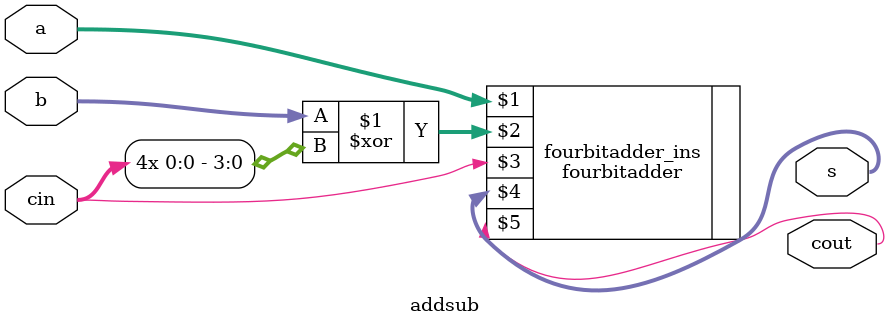
<source format=v>
`include "fourbitadder.v"
module addsub(a,b,cin,s,cout);

input [3:0]a,b;
input cin;
output [3:0]s;
output cout;

fourbitadder fourbitadder_ins(a,b^{4{cin}},cin,s,cout);

endmodule
</source>
